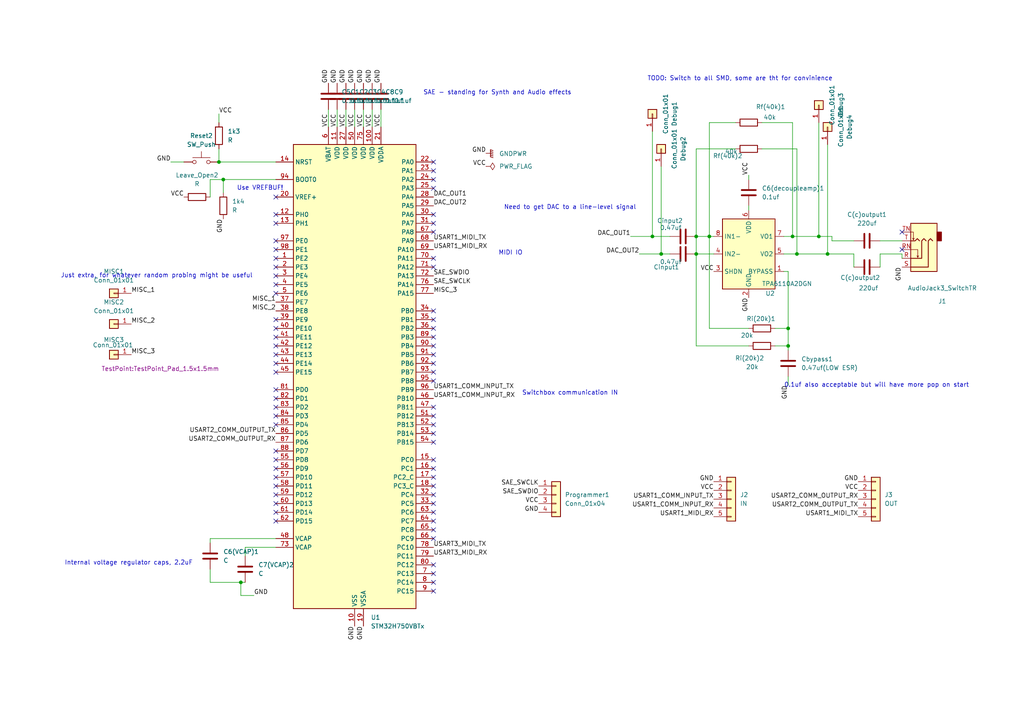
<source format=kicad_sch>
(kicad_sch (version 20250114) (generator "eeschema") (generator_version "9.0")
  (paper "A4")
  (lib_symbols
    (symbol "Amplifier_Audio:TPA6110A2DGN"
      (property "Reference" "U" (at -6.35 11.43 0))
      (property "Value" "TPA6110A2DGN" (at 6.35 11.43 0))
      (symbol "TPA6110A2DGN_0_1"
        (rectangle (start -7.62 10.16) (end 7.62 -10.16) (stroke (width 0.254)) (fill (type background)))
      )
      (symbol "TPA6110A2DGN_1_1"
        (pin input line (at -10.16 5.08 0) (length 2.54) (name "IN1-") (number "8"))
        (pin input line (at -10.16 0 0) (length 2.54) (name "IN2-") (number "4"))
        (pin input line (at -10.16 -5.08 0) (length 2.54) (name "SHDN") (number "3"))
        (pin power_in line (at 0 12.7 270) (length 2.54) (name "VDD") (number "6"))
        (pin power_in line (at 0 -12.7 90) (length 2.54) (name "GND") (number "2"))
        (pin passive line (at 0 -12.7 90) (length 2.54) (hide yes) (name "GND") (number "9"))
        (pin output line (at 10.16 5.08 180) (length 2.54) (name "VO1") (number "7"))
        (pin output line (at 10.16 0 180) (length 2.54) (name "VO2") (number "5"))
        (pin passive line (at 10.16 -5.08 180) (length 2.54) (name "BYPASS") (number "1"))
      )
    )
    (symbol "Connector_Audio:AudioJack3_SwitchTR"
      (property "Reference" "J" (at 0 8.89 0))
      (property "Value" "AudioJack3_SwitchTR" (at 0 6.35 0))
      (symbol "AudioJack3_SwitchTR_0_1"
        (rectangle (start -5.08 -5.08) (end -6.35 -7.62) (stroke (width 0.254)) (fill (type outline)))
        (polyline (pts (xy -1.905 -5.08) (xy -1.27 -5.715) (xy -0.635 -5.08) (xy -0.635 0) (xy 2.54 0)) (stroke (width 0.254)))
        (polyline (pts (xy 0 -5.08) (xy 0.635 -5.715) (xy 1.27 -5.08) (xy 2.54 -5.08)) (stroke (width 0.254)))
        (polyline (pts (xy 0.508 -0.254) (xy 0.762 -0.762)))
        (polyline (pts (xy 1.778 -5.334) (xy 2.032 -5.842)))
        (rectangle (start 2.54 3.81) (end -5.08 -10.16) (stroke (width 0.254)) (fill (type background)))
        (polyline (pts (xy 2.54 2.54) (xy -2.54 2.54) (xy -2.54 -5.08) (xy -3.175 -5.715) (xy -3.81 -5.08)) (stroke (width 0.254)))
        (polyline (pts (xy 2.54 -2.54) (xy 0.508 -2.54) (xy 0.508 -0.254) (xy 0.254 -0.762)))
        (polyline (pts (xy 2.54 -7.62) (xy 1.778 -7.62) (xy 1.778 -5.334) (xy 1.524 -5.842)))
      )
      (symbol "AudioJack3_SwitchTR_1_1"
        (pin passive line (at 5.08 2.54 180) (length 2.54) (name "~") (number "S"))
        (pin passive line (at 5.08 0 180) (length 2.54) (name "~") (number "R"))
        (pin passive line (at 5.08 -2.54 180) (length 2.54) (name "~") (number "RN"))
        (pin passive line (at 5.08 -5.08 180) (length 2.54) (name "~") (number "T"))
        (pin passive line (at 5.08 -7.62 180) (length 2.54) (name "~") (number "TN"))
      )
    )
    (symbol "Connector_Generic:Conn_01x01" (pin_names (offset 1.016) (hide yes))
      (property "Reference" "J" (at 0 2.54 0))
      (property "Value" "Conn_01x01" (at 0 -2.54 0))
      (symbol "Conn_01x01_1_1"
        (rectangle (start -1.27 1.27) (end 1.27 -1.27) (stroke (width 0.254)) (fill (type background)))
        (rectangle (start -1.27 0.127) (end 0 -0.127) (stroke (width 0.1524)))
        (pin passive line (at -5.08 0 0) (length 3.81) (name "Pin_1") (number "1"))
      )
    )
    (symbol "Connector_Generic:Conn_01x04" (pin_names (offset 1.016) (hide yes))
      (property "Reference" "J" (at 0 5.08 0))
      (property "Value" "Conn_01x04" (at 0 -7.62 0))
      (symbol "Conn_01x04_1_1"
        (rectangle (start -1.27 3.81) (end 1.27 -6.35) (stroke (width 0.254)) (fill (type background)))
        (rectangle (start -1.27 2.667) (end 0 2.413) (stroke (width 0.1524)))
        (rectangle (start -1.27 0.127) (end 0 -0.127) (stroke (width 0.1524)))
        (rectangle (start -1.27 -2.413) (end 0 -2.667) (stroke (width 0.1524)))
        (rectangle (start -1.27 -4.953) (end 0 -5.207) (stroke (width 0.1524)))
        (pin passive line (at -5.08 2.54 0) (length 3.81) (name "Pin_1") (number "1"))
        (pin passive line (at -5.08 0 0) (length 3.81) (name "Pin_2") (number "2"))
        (pin passive line (at -5.08 -2.54 0) (length 3.81) (name "Pin_3") (number "3"))
        (pin passive line (at -5.08 -5.08 0) (length 3.81) (name "Pin_4") (number "4"))
      )
    )
    (symbol "Connector_Generic:Conn_01x05" (pin_names (offset 1.016) (hide yes))
      (property "Reference" "J" (at 0 7.62 0))
      (property "Value" "Conn_01x05" (at 0 -7.62 0))
      (symbol "Conn_01x05_1_1"
        (rectangle (start -1.27 6.35) (end 1.27 -6.35) (stroke (width 0.254)) (fill (type background)))
        (rectangle (start -1.27 5.207) (end 0 4.953) (stroke (width 0.1524)))
        (rectangle (start -1.27 2.667) (end 0 2.413) (stroke (width 0.1524)))
        (rectangle (start -1.27 0.127) (end 0 -0.127) (stroke (width 0.1524)))
        (rectangle (start -1.27 -2.413) (end 0 -2.667) (stroke (width 0.1524)))
        (rectangle (start -1.27 -4.953) (end 0 -5.207) (stroke (width 0.1524)))
        (pin passive line (at -5.08 5.08 0) (length 3.81) (name "Pin_1") (number "1"))
        (pin passive line (at -5.08 2.54 0) (length 3.81) (name "Pin_2") (number "2"))
        (pin passive line (at -5.08 0 0) (length 3.81) (name "Pin_3") (number "3"))
        (pin passive line (at -5.08 -2.54 0) (length 3.81) (name "Pin_4") (number "4"))
        (pin passive line (at -5.08 -5.08 0) (length 3.81) (name "Pin_5") (number "5"))
      )
    )
    (symbol "Device:C" (pin_numbers (hide yes)) (pin_names (offset 0.254))
      (property "Reference" "C" (at 0.635 2.54 0))
      (property "Value" "C" (at 0.635 -2.54 0))
      (symbol "C_0_1"
        (polyline (pts (xy -2.032 0.762) (xy 2.032 0.762)) (stroke (width 0.508)))
        (polyline (pts (xy -2.032 -0.762) (xy 2.032 -0.762)) (stroke (width 0.508)))
      )
      (symbol "C_1_1"
        (pin passive line (at 0 3.81 270) (length 2.794) (name "~") (number "1"))
        (pin passive line (at 0 -3.81 90) (length 2.794) (name "~") (number "2"))
      )
    )
    (symbol "Device:R" (pin_numbers (hide yes)) (pin_names (offset 0))
      (property "Reference" "R" (at 2.032 0 90))
      (property "Value" "R" (at 0 0 90))
      (symbol "R_0_1"
        (rectangle (start -1.016 -2.54) (end 1.016 2.54) (stroke (width 0.254)))
      )
      (symbol "R_1_1"
        (pin passive line (at 0 3.81 270) (length 1.27) (name "~") (number "1"))
        (pin passive line (at 0 -3.81 90) (length 1.27) (name "~") (number "2"))
      )
    )
    (symbol "MCU_ST_STM32H7:STM32H750VBTx"
      (property "Reference" "U" (at -17.78 69.85 0))
      (property "Value" "STM32H750VBTx" (at 10.16 69.85 0))
      (symbol "STM32H750VBTx_0_1"
        (rectangle (start -17.78 -66.04) (end 17.78 68.58) (stroke (width 0.254)) (fill (type background)))
      )
      (symbol "STM32H750VBTx_1_1"
        (pin input line (at -22.86 63.5 0) (length 5.08) (name "NRST") (number "14"))
        (pin input line (at -22.86 58.42 0) (length 5.08) (name "BOOT0") (number "94"))
        (pin input line (at -22.86 53.34 0) (length 5.08) (name "VREF+") (number "20"))
        (pin bidirectional line (at -22.86 48.26 0) (length 5.08) (name "PH0") (number "12"))
        (pin bidirectional line (at -22.86 45.72 0) (length 5.08) (name "PH1") (number "13"))
        (pin bidirectional line (at -22.86 40.64 0) (length 5.08) (name "PE0") (number "97"))
        (pin bidirectional line (at -22.86 38.1 0) (length 5.08) (name "PE1") (number "98"))
        (pin bidirectional line (at -22.86 35.56 0) (length 5.08) (name "PE2") (number "1"))
        (pin bidirectional line (at -22.86 33.02 0) (length 5.08) (name "PE3") (number "2"))
        (pin bidirectional line (at -22.86 30.48 0) (length 5.08) (name "PE4") (number "3"))
        (pin bidirectional line (at -22.86 27.94 0) (length 5.08) (name "PE5") (number "4"))
        (pin bidirectional line (at -22.86 25.4 0) (length 5.08) (name "PE6") (number "5"))
        (pin bidirectional line (at -22.86 22.86 0) (length 5.08) (name "PE7") (number "37"))
        (pin bidirectional line (at -22.86 20.32 0) (length 5.08) (name "PE8") (number "38"))
        (pin bidirectional line (at -22.86 17.78 0) (length 5.08) (name "PE9") (number "39"))
        (pin bidirectional line (at -22.86 15.24 0) (length 5.08) (name "PE10") (number "40"))
        (pin bidirectional line (at -22.86 12.7 0) (length 5.08) (name "PE11") (number "41"))
        (pin bidirectional line (at -22.86 10.16 0) (length 5.08) (name "PE12") (number "42"))
        (pin bidirectional line (at -22.86 7.62 0) (length 5.08) (name "PE13") (number "43"))
        (pin bidirectional line (at -22.86 5.08 0) (length 5.08) (name "PE14") (number "44"))
        (pin bidirectional line (at -22.86 2.54 0) (length 5.08) (name "PE15") (number "45"))
        (pin bidirectional line (at -22.86 -2.54 0) (length 5.08) (name "PD0") (number "81"))
        (pin bidirectional line (at -22.86 -5.08 0) (length 5.08) (name "PD1") (number "82"))
        (pin bidirectional line (at -22.86 -7.62 0) (length 5.08) (name "PD2") (number "83"))
        (pin bidirectional line (at -22.86 -10.16 0) (length 5.08) (name "PD3") (number "84"))
        (pin bidirectional line (at -22.86 -12.7 0) (length 5.08) (name "PD4") (number "85"))
        (pin bidirectional line (at -22.86 -15.24 0) (length 5.08) (name "PD5") (number "86"))
        (pin bidirectional line (at -22.86 -17.78 0) (length 5.08) (name "PD6") (number "87"))
        (pin bidirectional line (at -22.86 -20.32 0) (length 5.08) (name "PD7") (number "88"))
        (pin bidirectional line (at -22.86 -22.86 0) (length 5.08) (name "PD8") (number "55"))
        (pin bidirectional line (at -22.86 -25.4 0) (length 5.08) (name "PD9") (number "56"))
        (pin bidirectional line (at -22.86 -27.94 0) (length 5.08) (name "PD10") (number "57"))
        (pin bidirectional line (at -22.86 -30.48 0) (length 5.08) (name "PD11") (number "58"))
        (pin bidirectional line (at -22.86 -33.02 0) (length 5.08) (name "PD12") (number "59"))
        (pin bidirectional line (at -22.86 -35.56 0) (length 5.08) (name "PD13") (number "60"))
        (pin bidirectional line (at -22.86 -38.1 0) (length 5.08) (name "PD14") (number "61"))
        (pin bidirectional line (at -22.86 -40.64 0) (length 5.08) (name "PD15") (number "62"))
        (pin power_out line (at -22.86 -45.72 0) (length 5.08) (name "VCAP") (number "48"))
        (pin power_out line (at -22.86 -48.26 0) (length 5.08) (name "VCAP") (number "73"))
        (pin power_in line (at -7.62 73.66 270) (length 5.08) (name "VBAT") (number "6"))
        (pin power_in line (at -5.08 73.66 270) (length 5.08) (name "VDD") (number "11"))
        (pin power_in line (at -2.54 73.66 270) (length 5.08) (name "VDD") (number "27"))
        (pin power_in line (at 0 73.66 270) (length 5.08) (name "VDD") (number "50"))
        (pin power_in line (at 0 -71.12 90) (length 5.08) (name "VSS") (number "10"))
        (pin passive line (at 0 -71.12 90) (length 5.08) (hide yes) (name "VSS") (number "26"))
        (pin passive line (at 0 -71.12 90) (length 5.08) (hide yes) (name "VSS") (number "49"))
        (pin passive line (at 0 -71.12 90) (length 5.08) (hide yes) (name "VSS") (number "74"))
        (pin passive line (at 0 -71.12 90) (length 5.08) (hide yes) (name "VSS") (number "99"))
        (pin power_in line (at 2.54 73.66 270) (length 5.08) (name "VDD") (number "75"))
        (pin power_in line (at 2.54 -71.12 90) (length 5.08) (name "VSSA") (number "19"))
        (pin power_in line (at 5.08 73.66 270) (length 5.08) (name "VDD") (number "100"))
        (pin power_in line (at 7.62 73.66 270) (length 5.08) (name "VDDA") (number "21"))
        (pin bidirectional line (at 22.86 63.5 180) (length 5.08) (name "PA0") (number "22"))
        (pin bidirectional line (at 22.86 60.96 180) (length 5.08) (name "PA1") (number "23"))
        (pin bidirectional line (at 22.86 58.42 180) (length 5.08) (name "PA2") (number "24"))
        (pin bidirectional line (at 22.86 55.88 180) (length 5.08) (name "PA3") (number "25"))
        (pin bidirectional line (at 22.86 53.34 180) (length 5.08) (name "PA4") (number "28"))
        (pin bidirectional line (at 22.86 50.8 180) (length 5.08) (name "PA5") (number "29"))
        (pin bidirectional line (at 22.86 48.26 180) (length 5.08) (name "PA6") (number "30"))
        (pin bidirectional line (at 22.86 45.72 180) (length 5.08) (name "PA7") (number "31"))
        (pin bidirectional line (at 22.86 43.18 180) (length 5.08) (name "PA8") (number "67"))
        (pin bidirectional line (at 22.86 40.64 180) (length 5.08) (name "PA9") (number "68"))
        (pin bidirectional line (at 22.86 38.1 180) (length 5.08) (name "PA10") (number "69"))
        (pin bidirectional line (at 22.86 35.56 180) (length 5.08) (name "PA11") (number "70"))
        (pin bidirectional line (at 22.86 33.02 180) (length 5.08) (name "PA12") (number "71"))
        (pin bidirectional line (at 22.86 30.48 180) (length 5.08) (name "PA13") (number "72"))
        (pin bidirectional line (at 22.86 27.94 180) (length 5.08) (name "PA14") (number "76"))
        (pin bidirectional line (at 22.86 25.4 180) (length 5.08) (name "PA15") (number "77"))
        (pin bidirectional line (at 22.86 20.32 180) (length 5.08) (name "PB0") (number "34"))
        (pin bidirectional line (at 22.86 17.78 180) (length 5.08) (name "PB1") (number "35"))
        (pin bidirectional line (at 22.86 15.24 180) (length 5.08) (name "PB2") (number "36"))
        (pin bidirectional line (at 22.86 12.7 180) (length 5.08) (name "PB3") (number "89"))
        (pin bidirectional line (at 22.86 10.16 180) (length 5.08) (name "PB4") (number "90"))
        (pin bidirectional line (at 22.86 7.62 180) (length 5.08) (name "PB5") (number "91"))
        (pin bidirectional line (at 22.86 5.08 180) (length 5.08) (name "PB6") (number "92"))
        (pin bidirectional line (at 22.86 2.54 180) (length 5.08) (name "PB7") (number "93"))
        (pin bidirectional line (at 22.86 0 180) (length 5.08) (name "PB8") (number "95"))
        (pin bidirectional line (at 22.86 -2.54 180) (length 5.08) (name "PB9") (number "96"))
        (pin bidirectional line (at 22.86 -5.08 180) (length 5.08) (name "PB10") (number "46"))
        (pin bidirectional line (at 22.86 -7.62 180) (length 5.08) (name "PB11") (number "47"))
        (pin bidirectional line (at 22.86 -10.16 180) (length 5.08) (name "PB12") (number "51"))
        (pin bidirectional line (at 22.86 -12.7 180) (length 5.08) (name "PB13") (number "52"))
        (pin bidirectional line (at 22.86 -15.24 180) (length 5.08) (name "PB14") (number "53"))
        (pin bidirectional line (at 22.86 -17.78 180) (length 5.08) (name "PB15") (number "54"))
        (pin bidirectional line (at 22.86 -22.86 180) (length 5.08) (name "PC0") (number "15"))
        (pin bidirectional line (at 22.86 -25.4 180) (length 5.08) (name "PC1") (number "16"))
        (pin bidirectional line (at 22.86 -27.94 180) (length 5.08) (name "PC2_C") (number "17"))
        (pin bidirectional line (at 22.86 -30.48 180) (length 5.08) (name "PC3_C") (number "18"))
        (pin bidirectional line (at 22.86 -33.02 180) (length 5.08) (name "PC4") (number "32"))
        (pin bidirectional line (at 22.86 -35.56 180) (length 5.08) (name "PC5") (number "33"))
        (pin bidirectional line (at 22.86 -38.1 180) (length 5.08) (name "PC6") (number "63"))
        (pin bidirectional line (at 22.86 -40.64 180) (length 5.08) (name "PC7") (number "64"))
        (pin bidirectional line (at 22.86 -43.18 180) (length 5.08) (name "PC8") (number "65"))
        (pin bidirectional line (at 22.86 -45.72 180) (length 5.08) (name "PC9") (number "66"))
        (pin bidirectional line (at 22.86 -48.26 180) (length 5.08) (name "PC10") (number "78"))
        (pin bidirectional line (at 22.86 -50.8 180) (length 5.08) (name "PC11") (number "79"))
        (pin bidirectional line (at 22.86 -53.34 180) (length 5.08) (name "PC12") (number "80"))
        (pin bidirectional line (at 22.86 -55.88 180) (length 5.08) (name "PC13") (number "7"))
        (pin bidirectional line (at 22.86 -58.42 180) (length 5.08) (name "PC14") (number "8"))
        (pin bidirectional line (at 22.86 -60.96 180) (length 5.08) (name "PC15") (number "9"))
      )
    )
    (symbol "Switch:SW_Push" (pin_numbers (hide yes)) (pin_names (offset 1.016) (hide yes))
      (property "Reference" "SW" (at 1.27 2.54 0))
      (property "Value" "SW_Push" (at 0 -1.524 0))
      (symbol "SW_Push_0_1"
        (circle (center -2.032 0) (radius 0.508))
        (polyline (pts (xy 0 1.27) (xy 0 3.048)))
        (circle (center 2.032 0) (radius 0.508))
        (polyline (pts (xy 2.54 1.27) (xy -2.54 1.27)))
        (pin passive line (at -5.08 0 0) (length 2.54) (name "1") (number "1"))
        (pin passive line (at 5.08 0 180) (length 2.54) (name "2") (number "2"))
      )
    )
    (symbol "power:GNDPWR" (power) (pin_numbers (hide yes)) (pin_names (offset 0) (hide yes))
      (property "Value" "GNDPWR" (at 0 -3.302 0))
      (symbol "GNDPWR_0_1"
        (polyline (pts (xy -1.016 -1.27) (xy -1.27 -2.032) (xy -1.27 -2.032)) (stroke (width 0.2032)))
        (polyline (pts (xy -0.508 -1.27) (xy -0.762 -2.032) (xy -0.762 -2.032)) (stroke (width 0.2032)))
        (polyline (pts (xy 0 -1.27) (xy 0 0)))
        (polyline (pts (xy 0 -1.27) (xy -0.254 -2.032) (xy -0.254 -2.032)) (stroke (width 0.2032)))
        (polyline (pts (xy 0.508 -1.27) (xy 0.254 -2.032) (xy 0.254 -2.032)) (stroke (width 0.2032)))
        (polyline (pts (xy 1.016 -1.27) (xy -1.016 -1.27) (xy -1.016 -1.27)) (stroke (width 0.2032)))
        (polyline (pts (xy 1.016 -1.27) (xy 0.762 -2.032) (xy 0.762 -2.032) (xy 0.762 -2.032)) (stroke (width 0.2032)))
      )
      (symbol "GNDPWR_1_1"
        (pin power_in line (at 0 0 270) (length 0) (name "~") (number "1"))
      )
    )
    (symbol "power:PWR_FLAG" (power) (pin_numbers (hide yes)) (pin_names (offset 0) (hide yes))
      (property "Value" "PWR_FLAG" (at 0 3.81 0))
      (symbol "PWR_FLAG_0_0"
        (pin power_out line (at 0 0 90) (length 0) (name "~") (number "1"))
      )
      (symbol "PWR_FLAG_0_1"
        (polyline (pts (xy 0 0) (xy 0 1.27) (xy -1.016 1.905) (xy 0 2.54) (xy 1.016 1.905) (xy 0 1.27)))
      )
    )
  )
  (text "Switchbox communication IN" (at 165.354 114.046 0) (effects (font (size 1.27 1.27))))
  (text "Need to get DAC to a line-level signal" (at 165.354 60.198 0) (effects (font (size 1.27 1.27))))
  (text "TODO: Switch to all SMD, some are tht for convinience\n" (at 214.63 22.86 0) (effects (font (size 1.27 1.27))))
  (text "0.1uf also acceptable but will have more pop on start\n" (at 254.254 111.76 0) (effects (font (size 1.27 1.27))))
  (text "SAE - standing for Synth and Audio effects" (at 144.272 26.924 0) (effects (font (size 1.27 1.27))))
  (text "MIDI IO\n" (at 148.082 73.406 0) (effects (font (size 1.27 1.27))))
  (text "Internal voltage regulator caps, 2.2uF" (at 37.338 163.322 0) (effects (font (size 1.27 1.27))))
  (text "Use VREFBUF!\n" (at 75.438 54.61 0) (effects (font (size 1.27 1.27))))
  (text "Just extra, for whatever random probing might be useful" (at 45.466 80.01 0) (effects (font (size 1.27 1.27))))
  (junction (at 229.87 68.58))
  (junction (at 191.77 73.66))
  (junction (at 63.5 46.99))
  (junction (at 201.93 73.66))
  (junction (at 228.6 95.25))
  (junction (at 205.74 68.58))
  (junction (at 201.93 68.58))
  (junction (at 237.49 68.58))
  (junction (at 228.6 100.33))
  (junction (at 64.77 52.07))
  (junction (at 231.14 73.66))
  (junction (at 240.03 73.66))
  (junction (at 69.85 168.91))
  (junction (at 189.23 68.58))
  (no_connect (at 125.73 166.37))
  (no_connect (at 80.01 85.09))
  (no_connect (at 125.73 151.13))
  (no_connect (at 125.73 138.43))
  (no_connect (at 125.73 168.91))
  (no_connect (at 125.73 49.53))
  (no_connect (at 80.01 82.55))
  (no_connect (at 80.01 143.51))
  (no_connect (at 261.62 72.39))
  (no_connect (at 125.73 54.61))
  (no_connect (at 125.73 123.19))
  (no_connect (at 125.73 146.05))
  (no_connect (at 125.73 64.77))
  (no_connect (at 80.01 118.11))
  (no_connect (at 80.01 105.41))
  (no_connect (at 125.73 118.11))
  (no_connect (at 80.01 130.81))
  (no_connect (at 80.01 74.93))
  (no_connect (at 80.01 80.01))
  (no_connect (at 125.73 100.33))
  (no_connect (at 80.01 72.39))
  (no_connect (at 80.01 95.25))
  (no_connect (at 125.73 125.73))
  (no_connect (at 80.01 102.87))
  (no_connect (at 80.01 69.85))
  (no_connect (at 80.01 100.33))
  (no_connect (at 125.73 133.35))
  (no_connect (at 80.01 135.89))
  (no_connect (at 125.73 105.41))
  (no_connect (at 125.73 46.99))
  (no_connect (at 80.01 97.79))
  (no_connect (at 80.01 151.13))
  (no_connect (at 125.73 120.65))
  (no_connect (at 125.73 97.79))
  (no_connect (at 125.73 74.93))
  (no_connect (at 80.01 64.77))
  (no_connect (at 80.01 62.23))
  (no_connect (at 80.01 115.57))
  (no_connect (at 261.62 67.31))
  (no_connect (at 80.01 77.47))
  (no_connect (at 125.73 153.67))
  (no_connect (at 125.73 128.27))
  (no_connect (at 125.73 92.71))
  (no_connect (at 80.01 57.15))
  (no_connect (at 80.01 146.05))
  (no_connect (at 125.73 163.83))
  (no_connect (at 80.01 148.59))
  (no_connect (at 125.73 90.17))
  (no_connect (at 125.73 77.47))
  (no_connect (at 125.73 156.21))
  (no_connect (at 125.73 102.87))
  (no_connect (at 125.73 62.23))
  (no_connect (at 125.73 171.45))
  (no_connect (at 80.01 113.03))
  (no_connect (at 125.73 140.97))
  (no_connect (at 125.73 107.95))
  (no_connect (at 125.73 148.59))
  (no_connect (at 125.73 110.49))
  (no_connect (at 80.01 107.95))
  (no_connect (at 80.01 123.19))
  (no_connect (at 125.73 67.31))
  (no_connect (at 80.01 92.71))
  (no_connect (at 80.01 138.43))
  (no_connect (at 80.01 140.97))
  (no_connect (at 80.01 120.65))
  (no_connect (at 80.01 133.35))
  (no_connect (at 125.73 52.07))
  (no_connect (at 125.73 95.25))
  (no_connect (at 125.73 135.89))
  (no_connect (at 125.73 143.51))
  (wire (pts (xy 60.96 156.21) (xy 80.01 156.21)))
  (wire (pts (xy 64.77 52.07) (xy 64.77 55.88)))
  (wire (pts (xy 73.66 172.72) (xy 69.85 172.72)))
  (wire (pts (xy 227.33 68.58) (xy 229.87 68.58)))
  (wire (pts (xy 69.85 172.72) (xy 69.85 168.91)))
  (wire (pts (xy 107.95 31.75) (xy 107.95 36.83)))
  (wire (pts (xy 63.5 46.99) (xy 80.01 46.99)))
  (wire (pts (xy 97.79 31.75) (xy 97.79 36.83)))
  (wire (pts (xy 241.3 69.85) (xy 241.3 68.58)))
  (wire (pts (xy 255.27 73.66) (xy 255.27 77.47)))
  (wire (pts (xy 60.96 157.48) (xy 60.96 156.21)))
  (wire (pts (xy 213.36 35.56) (xy 205.74 35.56)))
  (wire (pts (xy 201.93 100.33) (xy 217.17 100.33)))
  (wire (pts (xy 227.33 73.66) (xy 231.14 73.66)))
  (wire (pts (xy 224.79 95.25) (xy 228.6 95.25)))
  (wire (pts (xy 191.77 48.26) (xy 191.77 73.66)))
  (wire (pts (xy 205.74 95.25) (xy 217.17 95.25)))
  (wire (pts (xy 191.77 73.66) (xy 194.31 73.66)))
  (wire (pts (xy 255.27 69.85) (xy 261.62 69.85)))
  (wire (pts (xy 182.88 68.58) (xy 189.23 68.58)))
  (wire (pts (xy 240.03 73.66) (xy 247.65 73.66)))
  (wire (pts (xy 229.87 35.56) (xy 229.87 68.58)))
  (wire (pts (xy 60.96 52.07) (xy 60.96 57.15)))
  (wire (pts (xy 60.96 165.1) (xy 60.96 168.91)))
  (wire (pts (xy 228.6 111.76) (xy 228.6 109.22)))
  (wire (pts (xy 201.93 73.66) (xy 207.01 73.66)))
  (wire (pts (xy 201.93 43.18) (xy 201.93 68.58)))
  (wire (pts (xy 64.77 52.07) (xy 80.01 52.07)))
  (wire (pts (xy 63.5 43.18) (xy 63.5 46.99)))
  (wire (pts (xy 255.27 73.66) (xy 261.62 73.66)))
  (wire (pts (xy 100.33 31.75) (xy 100.33 36.83)))
  (wire (pts (xy 60.96 168.91) (xy 69.85 168.91)))
  (wire (pts (xy 205.74 68.58) (xy 205.74 95.25)))
  (wire (pts (xy 63.5 33.02) (xy 63.5 35.56)))
  (wire (pts (xy 69.85 168.91) (xy 71.12 168.91)))
  (wire (pts (xy 261.62 73.66) (xy 261.62 74.93)))
  (wire (pts (xy 71.12 158.75) (xy 71.12 161.29)))
  (wire (pts (xy 228.6 100.33) (xy 228.6 101.6)))
  (wire (pts (xy 247.65 77.47) (xy 247.65 73.66)))
  (wire (pts (xy 60.96 52.07) (xy 64.77 52.07)))
  (wire (pts (xy 237.49 35.56) (xy 237.49 68.58)))
  (wire (pts (xy 227.33 78.74) (xy 228.6 78.74)))
  (wire (pts (xy 237.49 68.58) (xy 241.3 68.58)))
  (wire (pts (xy 49.53 46.99) (xy 53.34 46.99)))
  (wire (pts (xy 205.74 35.56) (xy 205.74 68.58)))
  (wire (pts (xy 102.87 31.75) (xy 102.87 36.83)))
  (wire (pts (xy 231.14 43.18) (xy 231.14 73.66)))
  (wire (pts (xy 231.14 73.66) (xy 240.03 73.66)))
  (wire (pts (xy 201.93 68.58) (xy 201.93 73.66)))
  (wire (pts (xy 95.25 31.75) (xy 95.25 36.83)))
  (wire (pts (xy 201.93 68.58) (xy 205.74 68.58)))
  (wire (pts (xy 220.98 43.18) (xy 231.14 43.18)))
  (wire (pts (xy 220.98 35.56) (xy 229.87 35.56)))
  (wire (pts (xy 80.01 158.75) (xy 71.12 158.75)))
  (wire (pts (xy 189.23 68.58) (xy 194.31 68.58)))
  (wire (pts (xy 201.93 73.66) (xy 201.93 100.33)))
  (wire (pts (xy 240.03 41.91) (xy 240.03 73.66)))
  (wire (pts (xy 217.17 52.07) (xy 217.17 50.8)))
  (wire (pts (xy 110.49 31.75) (xy 110.49 36.83)))
  (wire (pts (xy 205.74 68.58) (xy 207.01 68.58)))
  (wire (pts (xy 229.87 68.58) (xy 237.49 68.58)))
  (wire (pts (xy 105.41 31.75) (xy 105.41 36.83)))
  (wire (pts (xy 213.36 43.18) (xy 201.93 43.18)))
  (wire (pts (xy 217.17 59.69) (xy 217.17 60.96)))
  (wire (pts (xy 224.79 100.33) (xy 228.6 100.33)))
  (wire (pts (xy 228.6 95.25) (xy 228.6 100.33)))
  (wire (pts (xy 228.6 78.74) (xy 228.6 95.25)))
  (wire (pts (xy 189.23 38.1) (xy 189.23 68.58)))
  (wire (pts (xy 241.3 69.85) (xy 247.65 69.85)))
  (wire (pts (xy 185.42 73.66) (xy 191.77 73.66)))
  (label "USART1_MIDI_RX" (at 125.73 72.39 0))
  (label "VCC" (at 95.25 36.83 90))
  (label "MISC_3" (at 125.73 85.09 0))
  (label "USART1_COMM_INPUT_RX" (at 125.73 115.57 0))
  (label "USART1_COMM_INPUT_TX" (at 125.73 113.03 0))
  (label "VCC" (at 207.01 142.24 180))
  (label "USART2_COMM_OUTPUT_RX" (at 80.01 128.27 180))
  (label "GND" (at 156.21 148.59 180))
  (label "GND" (at 261.62 77.47 270))
  (label "GND" (at 140.97 44.45 180))
  (label "GND" (at 49.53 46.99 180))
  (label "USART1_MIDI_RX" (at 207.01 149.86 180))
  (label "USART2_COMM_OUTPUT_RX" (at 248.92 144.78 180))
  (label "DAC_OUT2" (at 185.42 73.66 180))
  (label "GND" (at 105.41 24.13 90))
  (label "VCC" (at 248.92 142.24 180))
  (label "MISC_1" (at 38.1 85.09 0))
  (label "USART1_MIDI_TX" (at 248.92 149.86 180))
  (label "DAC_OUT2" (at 125.73 59.69 0))
  (label "SAE_SWDIO" (at 156.21 143.51 180))
  (label "VCC" (at 107.95 36.83 90))
  (label "USART1_COMM_INPUT_RX" (at 207.01 147.32 180))
  (label "GND" (at 217.17 86.36 270))
  (label "GND" (at 207.01 139.7 180))
  (label "VCC" (at 156.21 146.05 180))
  (label "MISC_3" (at 38.1 102.87 0))
  (label "USART2_COMM_OUTPUT_TX" (at 248.92 147.32 180))
  (label "GND" (at 248.92 139.7 180))
  (label "VCC" (at 100.33 36.83 90))
  (label "VCC" (at 63.5 33.02 0))
  (label "VCC" (at 217.17 50.8 90))
  (label "GND" (at 110.49 24.13 90))
  (label "SAE_SWDIO" (at 125.73 80.01 0))
  (label "MISC_1" (at 80.01 87.63 180))
  (label "SAE_SWCLK" (at 125.73 82.55 0))
  (label "GND" (at 97.79 24.13 90))
  (label "USART1_MIDI_TX" (at 125.73 69.85 0))
  (label "GND" (at 64.77 63.5 270))
  (label "VCC" (at 102.87 36.83 90))
  (label "GND" (at 228.6 111.76 270))
  (label "USART3_MIDI_RX" (at 125.73 161.29 0))
  (label "DAC_OUT1" (at 125.73 57.15 0))
  (label "MISC_2" (at 80.01 90.17 180))
  (label "SAE_SWCLK" (at 156.21 140.97 180))
  (label "DAC_OUT1" (at 182.88 68.58 180))
  (label "GND" (at 73.66 172.72 0))
  (label "GND" (at 105.41 181.61 270))
  (label "GND" (at 102.87 24.13 90))
  (label "GND" (at 100.33 24.13 90))
  (label "VCC" (at 97.79 36.83 90))
  (label "MISC_2" (at 38.1 93.98 0))
  (label "USART2_COMM_OUTPUT_TX" (at 80.01 125.73 180))
  (label "VCC" (at 105.41 36.83 90))
  (label "VCC" (at 53.34 57.15 180))
  (label "VCC" (at 207.01 78.74 180))
  (label "VCC" (at 110.49 36.83 90))
  (label "USART1_COMM_INPUT_TX" (at 207.01 144.78 180))
  (label "GND" (at 102.87 181.61 270))
  (label "GND" (at 107.95 24.13 90))
  (label "VCC" (at 140.97 48.26 180))
  (label "USART3_MIDI_TX" (at 125.73 158.75 0))
  (label "GND" (at 95.25 24.13 90))
  (symbol (lib_id "Connector_Generic:Conn_01x05") (at 212.09 144.78 0) (unit 1)
    (property "Reference" "J2" (at 214.63 143.5099 0) (effects (justify left)))
    (property "Value" "IN" (at 214.63 146.0499 0) (effects (justify left)))
    (property "Footprint" "Connector_PinHeader_2.54mm:PinHeader_1x05_P2.54mm_Vertical" (effects (hide yes)))
    (property "Description" "Generic connector, single row, 01x05, script generated (kicad-library-utils/schlib/autogen/connector/)" (effects (hide yes)))
  )
  (symbol (lib_id "Device:R") (at 217.17 35.56 90) (unit 1)
    (property "Reference" "Rf(40k)1" (at 223.52 30.988 90))
    (property "Value" "40k" (at 223.266 34.036 90))
    (property "Footprint" "Resistor_THT:R_Axial_DIN0207_L6.3mm_D2.5mm_P10.16mm_Horizontal" (effects (hide yes)))
    (property "Description" "Resistor" (effects (hide yes)))
  )
  (symbol (lib_id "Device:C") (at 217.17 55.88 0) (unit 1)
    (property "Reference" "C6(decoupleamp)1" (at 220.98 54.6099 0) (effects (justify left)))
    (property "Value" "0.1uf" (at 220.98 57.1499 0) (effects (justify left)))
    (property "Footprint" "Capacitor_SMD:C_0603_1608Metric_Pad1.08x0.95mm_HandSolder" (effects (hide yes)))
    (property "Description" "Unpolarized capacitor" (effects (hide yes)))
  )
  (symbol (lib_id "Device:C") (at 100.33 27.94 0) (unit 1)
    (property "Reference" "C2" (at 104.14 26.6699 0) (effects (justify left)))
    (property "Value" "0.1uf" (at 104.14 29.2099 0) (effects (justify left)))
    (property "Footprint" "Capacitor_SMD:C_0603_1608Metric_Pad1.08x0.95mm_HandSolder" (effects (hide yes)))
    (property "Description" "Unpolarized capacitor" (effects (hide yes)))
  )
  (symbol (lib_id "Device:C") (at 95.25 27.94 0) (unit 1)
    (property "Reference" "C5" (at 99.06 26.6699 0) (effects (justify left)))
    (property "Value" "0.1uf" (at 99.06 29.2099 0) (effects (justify left)))
    (property "Footprint" "Capacitor_SMD:C_0603_1608Metric_Pad1.08x0.95mm_HandSolder" (effects (hide yes)))
    (property "Description" "Unpolarized capacitor" (effects (hide yes)))
  )
  (symbol (lib_id "Device:R") (at 64.77 59.69 0) (unit 1)
    (property "Reference" "1k4" (at 67.31 58.4199 0) (effects (justify left)))
    (property "Value" "R" (at 67.31 60.9599 0) (effects (justify left)))
    (property "Footprint" "Resistor_SMD:R_0603_1608Metric_Pad0.98x0.95mm_HandSolder" (effects (hide yes)))
    (property "Description" "Resistor" (effects (hide yes)))
  )
  (symbol (lib_id "Connector_Generic:Conn_01x01") (at 33.02 93.98 180) (unit 1)
    (property "Reference" "MISC2" (at 33.02 87.63 0))
    (property "Value" "Conn_01x01" (at 33.02 90.17 0))
    (property "Footprint" "TestPoint:TestPoint_Pad_1.5x1.5mm" (effects (hide yes)))
    (property "Description" "Generic connector, single row, 01x01, script generated (kicad-library-utils/schlib/autogen/connector/)" (effects (hide yes)))
  )
  (symbol (lib_id "Device:R") (at 220.98 95.25 90) (unit 1)
    (property "Reference" "Ri(20k)1" (at 220.726 92.456 90))
    (property "Value" "20k" (at 216.662 97.282 90))
    (property "Footprint" "Resistor_THT:R_Axial_DIN0207_L6.3mm_D2.5mm_P10.16mm_Horizontal" (effects (hide yes)))
    (property "Description" "Resistor" (effects (hide yes)))
  )
  (symbol (lib_id "Connector_Generic:Conn_01x01") (at 191.77 43.18 90) (unit 1)
    (property "Reference" "Debug2" (at 198.12 43.18 0))
    (property "Value" "Conn_01x01" (at 195.58 43.18 0))
    (property "Footprint" "TestPoint:TestPoint_Pad_1.5x1.5mm" (effects (hide yes)))
    (property "Description" "Generic connector, single row, 01x01, script generated (kicad-library-utils/schlib/autogen/connector/)" (effects (hide yes)))
  )
  (symbol (lib_id "Device:C") (at 97.79 27.94 0) (unit 1)
    (property "Reference" "C1" (at 101.6 26.6699 0) (effects (justify left)))
    (property "Value" "0.1uf" (at 101.6 29.2099 0) (effects (justify left)))
    (property "Footprint" "Capacitor_SMD:C_0603_1608Metric_Pad1.08x0.95mm_HandSolder" (effects (hide yes)))
    (property "Description" "Unpolarized capacitor" (effects (hide yes)))
  )
  (symbol (lib_id "MCU_ST_STM32H7:STM32H750VBTx") (at 102.87 110.49 0) (unit 1)
    (property "Reference" "U1" (at 107.5533 179.07 0) (effects (justify left)))
    (property "Value" "STM32H750VBTx" (at 107.5533 181.61 0) (effects (justify left)))
    (property "Footprint" "Package_QFP:LQFP-100_14x14mm_P0.5mm" (effects (hide yes)))
    (property "Datasheet" "https://www.st.com/resource/en/datasheet/stm32h750vb.pdf" (effects (hide yes)))
    (property "Description" "STMicroelectronics Arm Cortex-M7 MCU, 128KB flash, 1024KB RAM, 480 MHz, 1.71-3.6V, 82 GPIO, LQFP100" (effects (hide yes)))
  )
  (symbol (lib_id "Connector_Generic:Conn_01x04") (at 161.29 143.51 0) (unit 1)
    (property "Reference" "Programmer1" (at 163.83 143.5099 0) (effects (justify left)))
    (property "Value" "Conn_01x04" (at 163.83 146.0499 0) (effects (justify left)))
    (property "Footprint" "Connector_PinHeader_2.54mm:PinHeader_1x04_P2.54mm_Vertical" (effects (hide yes)))
    (property "Description" "Generic connector, single row, 01x04, script generated (kicad-library-utils/schlib/autogen/connector/)" (effects (hide yes)))
  )
  (symbol (lib_id "Device:C") (at 251.46 77.47 90) (unit 1)
    (property "Reference" "C(c)output2" (at 255.27 80.518 90) (effects (justify left)))
    (property "Value" "220uf" (at 254.762 83.566 90) (effects (justify left)))
    (property "Footprint" "Capacitor_THT:CP_Radial_D5.0mm_P2.00mm" (effects (hide yes)))
    (property "Description" "Unpolarized capacitor" (effects (hide yes)))
  )
  (symbol (lib_id "Device:R") (at 217.17 43.18 90) (unit 1)
    (property "Reference" "Rf(40k)2" (at 211.074 45.212 90))
    (property "Value" "40k" (at 212.09 43.942 90))
    (property "Footprint" "Resistor_THT:R_Axial_DIN0207_L6.3mm_D2.5mm_P10.16mm_Horizontal" (effects (hide yes)))
    (property "Description" "Resistor" (effects (hide yes)))
  )
  (symbol (lib_id "power:GNDPWR") (at 140.97 44.45 90) (unit 1)
    (property "Reference" "#PWR01" (effects (hide yes)))
    (property "Value" "GNDPWR" (at 144.78 44.5769 90) (effects (justify right)))
    (property "Description" "Power symbol creates a global label with name \"GNDPWR\" , global ground" (effects (hide yes)))
  )
  (symbol (lib_id "Device:C") (at 228.6 105.41 0) (unit 1)
    (property "Reference" "Cbypass1" (at 232.41 104.1399 0) (effects (justify left)))
    (property "Value" "0.47uf(LOW ESR)" (at 232.41 106.6799 0) (effects (justify left)))
    (property "Footprint" "Capacitor_SMD:C_0603_1608Metric_Pad1.08x0.95mm_HandSolder" (effects (hide yes)))
    (property "Description" "Unpolarized capacitor" (effects (hide yes)))
  )
  (symbol (lib_id "Connector_Generic:Conn_01x01") (at 240.03 36.83 90) (unit 1)
    (property "Reference" "Debug4" (at 246.38 36.83 0))
    (property "Value" "Conn_01x01" (at 243.84 36.83 0))
    (property "Footprint" "TestPoint:TestPoint_Pad_1.5x1.5mm" (effects (hide yes)))
    (property "Description" "Generic connector, single row, 01x01, script generated (kicad-library-utils/schlib/autogen/connector/)" (effects (hide yes)))
  )
  (symbol (lib_id "Connector_Generic:Conn_01x01") (at 189.23 33.02 90) (unit 1)
    (property "Reference" "Debug1" (at 195.58 33.02 0))
    (property "Value" "Conn_01x01" (at 193.04 33.02 0))
    (property "Footprint" "TestPoint:TestPoint_Pad_1.5x1.5mm" (effects (hide yes)))
    (property "Description" "Generic connector, single row, 01x01, script generated (kicad-library-utils/schlib/autogen/connector/)" (effects (hide yes)))
  )
  (symbol (lib_id "Device:C") (at 60.96 161.29 0) (unit 1)
    (property "Reference" "C6(VCAP)1" (at 64.77 160.0199 0) (effects (justify left)))
    (property "Value" "C" (at 64.77 162.5599 0) (effects (justify left)))
    (property "Footprint" "Capacitor_SMD:C_0603_1608Metric_Pad1.08x0.95mm_HandSolder" (effects (hide yes)))
    (property "Description" "Unpolarized capacitor" (effects (hide yes)))
  )
  (symbol (lib_id "Device:C") (at 198.12 73.66 90) (unit 1)
    (property "Reference" "Cinput1" (at 193.294 77.47 90))
    (property "Value" "0.47uf" (at 194.564 75.946 90))
    (property "Footprint" "Capacitor_SMD:C_0603_1608Metric_Pad1.08x0.95mm_HandSolder" (effects (hide yes)))
    (property "Description" "Unpolarized capacitor" (effects (hide yes)))
  )
  (symbol (lib_id "Device:R") (at 63.5 39.37 0) (unit 1)
    (property "Reference" "1k3" (at 66.04 38.0999 0) (effects (justify left)))
    (property "Value" "R" (at 66.04 40.6399 0) (effects (justify left)))
    (property "Footprint" "Resistor_SMD:R_0603_1608Metric_Pad0.98x0.95mm_HandSolder" (effects (hide yes)))
    (property "Description" "Resistor" (effects (hide yes)))
  )
  (symbol (lib_id "Connector_Audio:AudioJack3_SwitchTR") (at 266.7 74.93 180) (unit 1)
    (property "Reference" "J1" (at 273.304 87.376 0))
    (property "Value" "AudioJack3_SwitchTR" (at 273.304 83.566 0))
    (property "Footprint" "Connector_Audio:Jack_3.5mm_CUI_SJ1-3525N_Horizontal" (effects (hide yes)))
    (property "Description" "Audio Jack, 3 Poles (Stereo / TRS), Switched TR Poles (Normalling)" (effects (hide yes)))
  )
  (symbol (lib_id "Device:C") (at 102.87 27.94 0) (unit 1)
    (property "Reference" "C3" (at 106.68 26.6699 0) (effects (justify left)))
    (property "Value" "0.1uf" (at 106.68 29.2099 0) (effects (justify left)))
    (property "Footprint" "Capacitor_SMD:C_0603_1608Metric_Pad1.08x0.95mm_HandSolder" (effects (hide yes)))
    (property "Description" "Unpolarized capacitor" (effects (hide yes)))
  )
  (symbol (lib_id "Device:C") (at 107.95 27.94 0) (unit 1)
    (property "Reference" "C8" (at 111.76 26.6699 0) (effects (justify left)))
    (property "Value" "0.1uf" (at 111.76 29.2099 0) (effects (justify left)))
    (property "Footprint" "Capacitor_SMD:C_0603_1608Metric_Pad1.08x0.95mm_HandSolder" (effects (hide yes)))
    (property "Description" "Unpolarized capacitor" (effects (hide yes)))
  )
  (symbol (lib_id "Device:C") (at 71.12 165.1 0) (unit 1)
    (property "Reference" "C7(VCAP)2" (at 74.93 163.8299 0) (effects (justify left)))
    (property "Value" "C" (at 74.93 166.3699 0) (effects (justify left)))
    (property "Footprint" "Capacitor_SMD:C_0603_1608Metric_Pad1.08x0.95mm_HandSolder" (effects (hide yes)))
    (property "Description" "Unpolarized capacitor" (effects (hide yes)))
  )
  (symbol (lib_id "Device:C") (at 105.41 27.94 0) (unit 1)
    (property "Reference" "C4" (at 109.22 26.6699 0) (effects (justify left)))
    (property "Value" "0.1uf" (at 109.22 29.2099 0) (effects (justify left)))
    (property "Footprint" "Capacitor_SMD:C_0603_1608Metric_Pad1.08x0.95mm_HandSolder" (effects (hide yes)))
    (property "Description" "Unpolarized capacitor" (effects (hide yes)))
  )
  (symbol (lib_id "Device:C") (at 251.46 69.85 90) (unit 1)
    (property "Reference" "C(c)output1" (at 251.46 62.23 90))
    (property "Value" "220uf" (at 251.46 64.77 90))
    (property "Footprint" "Capacitor_THT:CP_Radial_D5.0mm_P2.00mm" (effects (hide yes)))
    (property "Description" "Unpolarized capacitor" (effects (hide yes)))
  )
  (symbol (lib_id "Device:C") (at 198.12 68.58 90) (unit 1)
    (property "Reference" "Cinput2" (at 194.31 64.008 90))
    (property "Value" "0.47uf" (at 194.564 66.04 90))
    (property "Footprint" "Capacitor_SMD:C_0603_1608Metric_Pad1.08x0.95mm_HandSolder" (effects (hide yes)))
    (property "Description" "Unpolarized capacitor" (effects (hide yes)))
  )
  (symbol (lib_id "Device:C") (at 110.49 27.94 0) (unit 1)
    (property "Reference" "C9" (at 114.3 26.6699 0) (effects (justify left)))
    (property "Value" "0.1uf" (at 114.3 29.2099 0) (effects (justify left)))
    (property "Footprint" "Capacitor_SMD:C_0603_1608Metric_Pad1.08x0.95mm_HandSolder" (effects (hide yes)))
    (property "Description" "Unpolarized capacitor" (effects (hide yes)))
  )
  (symbol (lib_id "power:PWR_FLAG") (at 140.97 48.26 270) (unit 1)
    (property "Reference" "#FLG01" (effects (hide yes)))
    (property "Value" "PWR_FLAG" (at 144.78 48.2599 90) (effects (justify left)))
    (property "Description" "Special symbol for telling ERC where power comes from" (effects (hide yes)))
  )
  (symbol (lib_id "Amplifier_Audio:TPA6110A2DGN") (at 217.17 73.66 0) (unit 1)
    (property "Reference" "U2" (at 221.996 85.09 0) (effects (justify left)))
    (property "Value" "TPA6110A2DGN" (at 220.98 82.296 0) (effects (justify left)))
    (property "Footprint" "Package_SO:HVSSOP-8-1EP_3x3mm_P0.65mm_EP1.57x1.89mm" (effects (hide yes)))
    (property "Datasheet" "https://www.ti.com/lit/ds/symlink/tpa6110a2.pdf" (effects (hide yes)))
    (property "Description" "150-mW Stereo Audio Power Amplifier, HVSSOP" (effects (hide yes)))
  )
  (symbol (lib_id "Device:R") (at 220.98 100.33 270) (unit 1)
    (property "Reference" "Ri(20k)2" (at 217.424 103.886 90))
    (property "Value" "20k" (at 218.186 106.426 90))
    (property "Footprint" "Resistor_THT:R_Axial_DIN0207_L6.3mm_D2.5mm_P10.16mm_Horizontal" (effects (hide yes)))
    (property "Description" "Resistor" (effects (hide yes)))
  )
  (symbol (lib_id "Connector_Generic:Conn_01x05") (at 254 144.78 0) (unit 1)
    (property "Reference" "J3" (at 256.54 143.5099 0) (effects (justify left)))
    (property "Value" "OUT" (at 256.54 146.0499 0) (effects (justify left)))
    (property "Footprint" "Connector_PinHeader_2.54mm:PinHeader_1x05_P2.54mm_Vertical" (effects (hide yes)))
    (property "Description" "Generic connector, single row, 01x05, script generated (kicad-library-utils/schlib/autogen/connector/)" (effects (hide yes)))
  )
  (symbol (lib_id "Switch:SW_Push") (at 58.42 46.99 0) (unit 1)
    (property "Reference" "Reset2" (at 58.42 39.37 0))
    (property "Value" "SW_Push" (at 58.42 41.91 0))
    (property "Footprint" "Button_Switch_THT:SW_PUSH_6mm_H4.3mm" (effects (hide yes)))
    (property "Description" "Push button switch, generic, two pins" (effects (hide yes)))
  )
  (symbol (lib_id "Device:R") (at 57.15 57.15 270) (unit 1)
    (property "Reference" "Leave_Open2" (at 57.15 50.8 90))
    (property "Value" "R" (at 57.15 53.34 90))
    (property "Footprint" "Resistor_THT:R_Axial_DIN0204_L3.6mm_D1.6mm_P7.62mm_Horizontal" (effects (hide yes)))
    (property "Description" "Resistor" (effects (hide yes)))
  )
  (symbol (lib_id "Connector_Generic:Conn_01x01") (at 33.02 85.09 180) (unit 1)
    (property "Reference" "MISC1" (at 33.02 78.74 0))
    (property "Value" "Conn_01x01" (at 33.02 81.28 0))
    (property "Footprint" "TestPoint:TestPoint_Pad_1.5x1.5mm" (effects (hide yes)))
    (property "Description" "Generic connector, single row, 01x01, script generated (kicad-library-utils/schlib/autogen/connector/)" (effects (hide yes)))
  )
  (symbol (lib_id "Connector_Generic:Conn_01x01") (at 33.02 102.87 180) (unit 1)
    (property "Reference" "MISC3" (at 33.02 98.552 0))
    (property "Value" "Conn_01x01" (at 32.766 100.076 0))
    (property "Footprint" "TestPoint:TestPoint_Pad_1.5x1.5mm" (at 46.482 106.934 0))
    (property "Description" "Generic connector, single row, 01x01, script generated (kicad-library-utils/schlib/autogen/connector/)" (effects (hide yes)))
  )
  (symbol (lib_id "Connector_Generic:Conn_01x01") (at 237.49 30.48 90) (unit 1)
    (property "Reference" "Debug3" (at 243.84 30.48 0))
    (property "Value" "Conn_01x01" (at 241.3 30.48 0))
    (property "Footprint" "TestPoint:TestPoint_Pad_1.5x1.5mm" (effects (hide yes)))
    (property "Description" "Generic connector, single row, 01x01, script generated (kicad-library-utils/schlib/autogen/connector/)" (effects (hide yes)))
  )
)
</source>
